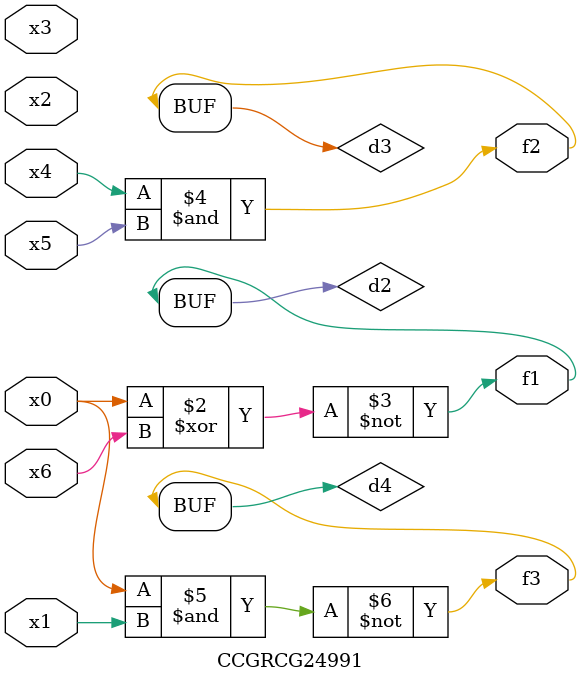
<source format=v>
module CCGRCG24991(
	input x0, x1, x2, x3, x4, x5, x6,
	output f1, f2, f3
);

	wire d1, d2, d3, d4;

	nor (d1, x0);
	xnor (d2, x0, x6);
	and (d3, x4, x5);
	nand (d4, x0, x1);
	assign f1 = d2;
	assign f2 = d3;
	assign f3 = d4;
endmodule

</source>
